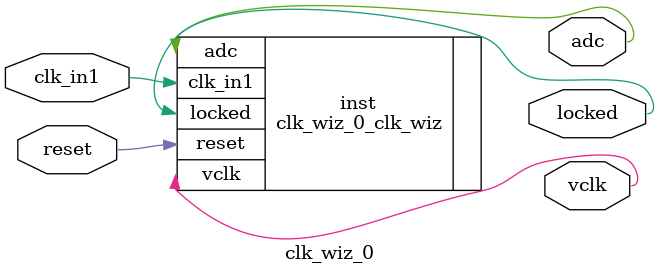
<source format=v>


`timescale 1ps/1ps

(* CORE_GENERATION_INFO = "clk_wiz_0,clk_wiz_v6_0_15_0_0,{component_name=clk_wiz_0,use_phase_alignment=true,use_min_o_jitter=false,use_max_i_jitter=false,use_dyn_phase_shift=false,use_inclk_switchover=false,use_dyn_reconfig=false,enable_axi=0,feedback_source=FDBK_AUTO,PRIMITIVE=MMCM,num_out_clk=2,clkin1_period=10.000,clkin2_period=10.000,use_power_down=false,use_reset=true,use_locked=true,use_inclk_stopped=false,feedback_type=SINGLE,CLOCK_MGR_TYPE=NA,manual_override=false}" *)

module clk_wiz_0 
 (
  // Clock out ports
  output        vclk,
  output        adc,
  // Status and control signals
  input         reset,
  output        locked,
 // Clock in ports
  input         clk_in1
 );

  clk_wiz_0_clk_wiz inst
  (
  // Clock out ports  
  .vclk(vclk),
  .adc(adc),
  // Status and control signals               
  .reset(reset), 
  .locked(locked),
 // Clock in ports
  .clk_in1(clk_in1)
  );

endmodule

</source>
